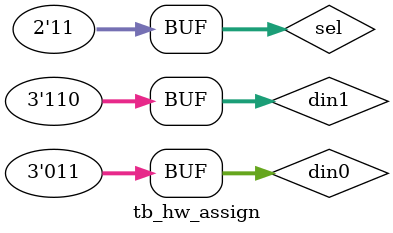
<source format=v>
`timescale 1ns/100ps

module tb_hw_assign;

reg [2:0] din0;
reg [2:0] din1;
reg [1:0] sel;

wire [2:0] dout;

initial begin
	din0 = 3'h2;
	din1 = 3'h1;
	sel = 2'h0;
	#(10) sel = 2'h1;
	#(10) sel = 2'h2;
	#(10) sel = 2'h3;

	#(10);
	din0 = 3'h3;
	din1 = -3'h2;
	sel = 2'h0;
	#(10) sel = 2'h1;
	#(10) sel = 2'h2;
	#(10) sel = 2'h3;
	#(10);
 end

 hw_assign u_hw_assign(
	  .din0(din0),
    .din1(din1),
    .sel(sel),
    .dout(dout)
    );

endmodule

</source>
